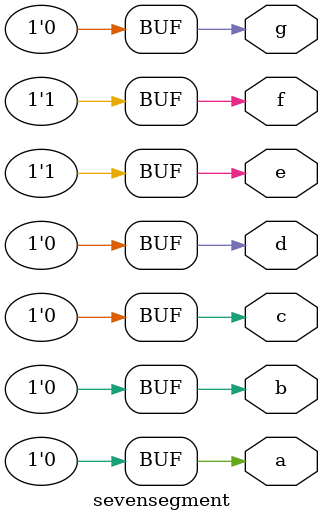
<source format=v>
module sevensegment(a,b,c,d,e,f,g);
output a,b,c,d,e,f,g;
function automatic [6:0] gout;

	input [6:0] a;
begin 
	case(a)
	 0: gout = 7'b0000001;
	 1: gout = 7'b1001111;
	 2: gout = 7'b0010010;
	 3: gout = 7'b0000110;
	 4: gout = 7'b1001100;
	 5: gout = 7'b0100100;
	 6: gout = 7'b0100000;
	 7: gout = 7'b0001111;
	 8: gout = 7'b0000000;
	 9: gout = 7'b0001100;
	 default: gout = 7'b1111111;
	 endcase
end
endfunction

assign {a,b,c,d,e,f,g} = gout(3);
endmodule

</source>
